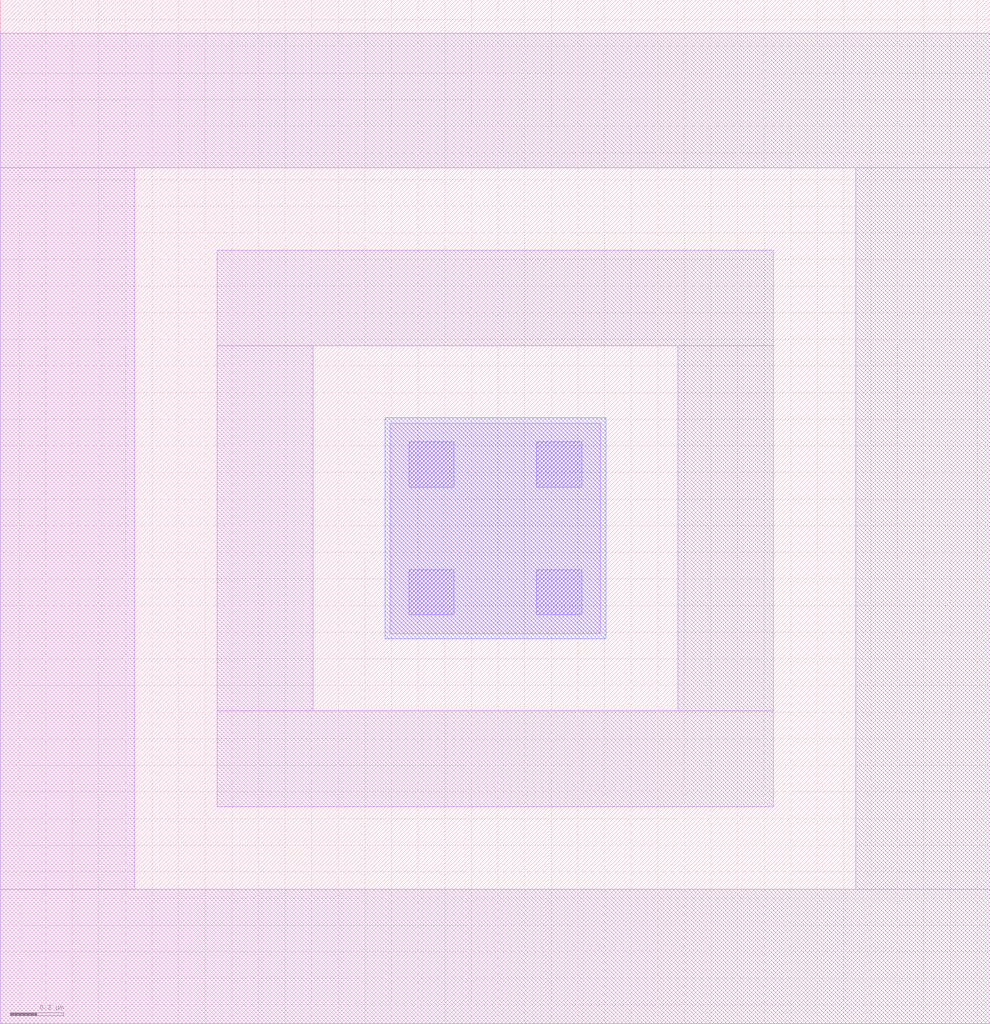
<source format=lef>
# Copyright 2020 The SkyWater PDK Authors
#
# Licensed under the Apache License, Version 2.0 (the "License");
# you may not use this file except in compliance with the License.
# You may obtain a copy of the License at
#
#     https://www.apache.org/licenses/LICENSE-2.0
#
# Unless required by applicable law or agreed to in writing, software
# distributed under the License is distributed on an "AS IS" BASIS,
# WITHOUT WARRANTIES OR CONDITIONS OF ANY KIND, either express or implied.
# See the License for the specific language governing permissions and
# limitations under the License.
#
# SPDX-License-Identifier: Apache-2.0

VERSION 5.7 ;
  NOWIREEXTENSIONATPIN ON ;
  DIVIDERCHAR "/" ;
  BUSBITCHARS "[]" ;
MACRO sky130_fd_pr__pnp_05v5_W3p40L3p40
  CLASS BLOCK ;
  FOREIGN sky130_fd_pr__pnp_05v5_W3p40L3p40 ;
  ORIGIN -0.130000 -0.130000 ;
  SIZE  3.720000 BY  3.845000 ;
  OBS
    LAYER li1 ;
      RECT 0.130000 0.130000 3.850000 0.635000 ;
      RECT 0.130000 0.635000 0.635000 3.345000 ;
      RECT 0.130000 3.345000 3.850000 3.850000 ;
      RECT 0.945000 0.945000 3.035000 1.305000 ;
      RECT 0.945000 1.305000 1.305000 2.675000 ;
      RECT 0.945000 2.675000 3.035000 3.035000 ;
      RECT 1.595000 1.595000 2.385000 2.385000 ;
      RECT 2.675000 1.305000 3.035000 2.675000 ;
      RECT 3.345000 0.635000 3.850000 3.345000 ;
    LAYER mcon ;
      RECT 1.665000 1.665000 1.835000 1.835000 ;
      RECT 1.665000 2.145000 1.835000 2.315000 ;
      RECT 2.145000 1.665000 2.315000 1.835000 ;
      RECT 2.145000 2.145000 2.315000 2.315000 ;
    LAYER met1 ;
      RECT 1.575000 1.575000 2.405000 2.405000 ;
  END
END sky130_fd_pr__pnp_05v5_W3p40L3p40
END LIBRARY

</source>
